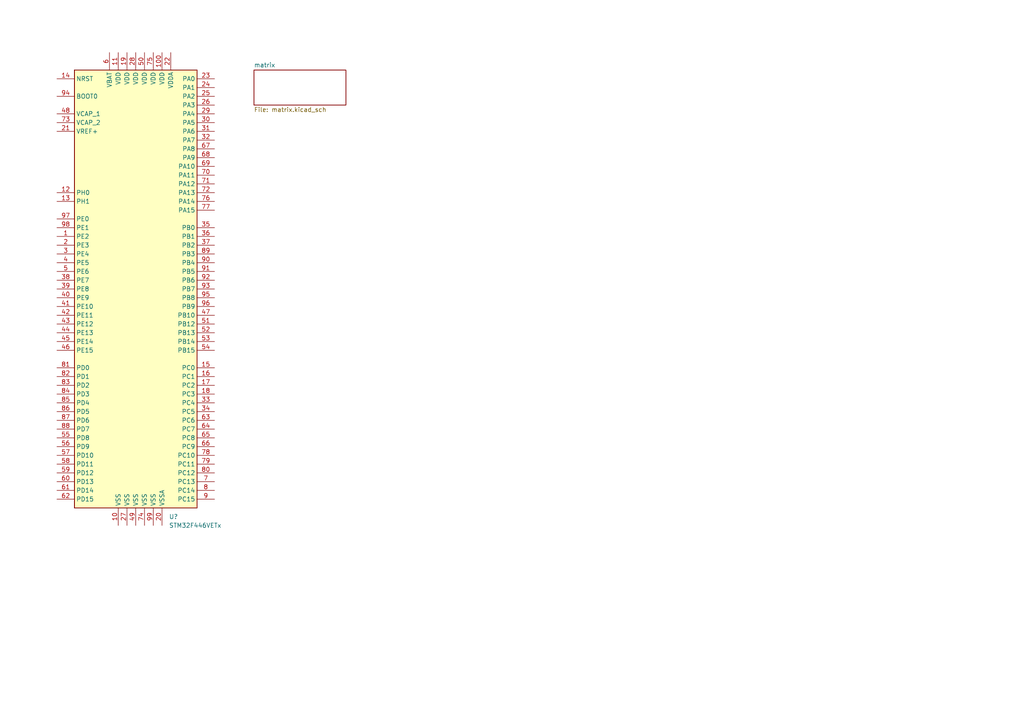
<source format=kicad_sch>
(kicad_sch (version 20211123) (generator eeschema)
  (paper "A4")
  (lib_symbols
    (symbol "MCU_ST_STM32F4:STM32F446VETx"
      (property "Reference" "U" (at -17.78 64.77 0))
      (property "Value" "STM32F446VETx" (at 12.7 64.77 0))
      (symbol "STM32F446VETx_0_1"
        (rectangle (start -17.78 -63.5) (end 17.78 63.5) (stroke (width 0.254)) (fill (type background)))
      )
      (symbol "STM32F446VETx_1_1"
        (pin bidirectional line (at -22.86 15.24 0) (length 5.08) (name "PE2") (number "1"))
        (pin power_in line (at -5.08 -68.58 90) (length 5.08) (name "VSS") (number "10"))
        (pin power_in line (at 7.62 68.58 270) (length 5.08) (name "VDD") (number "100"))
        (pin power_in line (at -5.08 68.58 270) (length 5.08) (name "VDD") (number "11"))
        (pin input line (at -22.86 27.94 0) (length 5.08) (name "PH0") (number "12"))
        (pin input line (at -22.86 25.4 0) (length 5.08) (name "PH1") (number "13"))
        (pin input line (at -22.86 60.96 0) (length 5.08) (name "NRST") (number "14"))
        (pin bidirectional line (at 22.86 -22.86 180) (length 5.08) (name "PC0") (number "15"))
        (pin bidirectional line (at 22.86 -25.4 180) (length 5.08) (name "PC1") (number "16"))
        (pin bidirectional line (at 22.86 -27.94 180) (length 5.08) (name "PC2") (number "17"))
        (pin bidirectional line (at 22.86 -30.48 180) (length 5.08) (name "PC3") (number "18"))
        (pin power_in line (at -2.54 68.58 270) (length 5.08) (name "VDD") (number "19"))
        (pin bidirectional line (at -22.86 12.7 0) (length 5.08) (name "PE3") (number "2"))
        (pin power_in line (at 7.62 -68.58 90) (length 5.08) (name "VSSA") (number "20"))
        (pin power_in line (at -22.86 45.72 0) (length 5.08) (name "VREF+") (number "21"))
        (pin power_in line (at 10.16 68.58 270) (length 5.08) (name "VDDA") (number "22"))
        (pin bidirectional line (at 22.86 60.96 180) (length 5.08) (name "PA0") (number "23"))
        (pin bidirectional line (at 22.86 58.42 180) (length 5.08) (name "PA1") (number "24"))
        (pin bidirectional line (at 22.86 55.88 180) (length 5.08) (name "PA2") (number "25"))
        (pin bidirectional line (at 22.86 53.34 180) (length 5.08) (name "PA3") (number "26"))
        (pin power_in line (at -2.54 -68.58 90) (length 5.08) (name "VSS") (number "27"))
        (pin power_in line (at 0 68.58 270) (length 5.08) (name "VDD") (number "28"))
        (pin bidirectional line (at 22.86 50.8 180) (length 5.08) (name "PA4") (number "29"))
        (pin bidirectional line (at -22.86 10.16 0) (length 5.08) (name "PE4") (number "3"))
        (pin bidirectional line (at 22.86 48.26 180) (length 5.08) (name "PA5") (number "30"))
        (pin bidirectional line (at 22.86 45.72 180) (length 5.08) (name "PA6") (number "31"))
        (pin bidirectional line (at 22.86 43.18 180) (length 5.08) (name "PA7") (number "32"))
        (pin bidirectional line (at 22.86 -33.02 180) (length 5.08) (name "PC4") (number "33"))
        (pin bidirectional line (at 22.86 -35.56 180) (length 5.08) (name "PC5") (number "34"))
        (pin bidirectional line (at 22.86 17.78 180) (length 5.08) (name "PB0") (number "35"))
        (pin bidirectional line (at 22.86 15.24 180) (length 5.08) (name "PB1") (number "36"))
        (pin bidirectional line (at 22.86 12.7 180) (length 5.08) (name "PB2") (number "37"))
        (pin bidirectional line (at -22.86 2.54 0) (length 5.08) (name "PE7") (number "38"))
        (pin bidirectional line (at -22.86 0 0) (length 5.08) (name "PE8") (number "39"))
        (pin bidirectional line (at -22.86 7.62 0) (length 5.08) (name "PE5") (number "4"))
        (pin bidirectional line (at -22.86 -2.54 0) (length 5.08) (name "PE9") (number "40"))
        (pin bidirectional line (at -22.86 -5.08 0) (length 5.08) (name "PE10") (number "41"))
        (pin bidirectional line (at -22.86 -7.62 0) (length 5.08) (name "PE11") (number "42"))
        (pin bidirectional line (at -22.86 -10.16 0) (length 5.08) (name "PE12") (number "43"))
        (pin bidirectional line (at -22.86 -12.7 0) (length 5.08) (name "PE13") (number "44"))
        (pin bidirectional line (at -22.86 -15.24 0) (length 5.08) (name "PE14") (number "45"))
        (pin bidirectional line (at -22.86 -17.78 0) (length 5.08) (name "PE15") (number "46"))
        (pin bidirectional line (at 22.86 -7.62 180) (length 5.08) (name "PB10") (number "47"))
        (pin power_in line (at -22.86 50.8 0) (length 5.08) (name "VCAP_1") (number "48"))
        (pin power_in line (at 0 -68.58 90) (length 5.08) (name "VSS") (number "49"))
        (pin bidirectional line (at -22.86 5.08 0) (length 5.08) (name "PE6") (number "5"))
        (pin power_in line (at 2.54 68.58 270) (length 5.08) (name "VDD") (number "50"))
        (pin bidirectional line (at 22.86 -10.16 180) (length 5.08) (name "PB12") (number "51"))
        (pin bidirectional line (at 22.86 -12.7 180) (length 5.08) (name "PB13") (number "52"))
        (pin bidirectional line (at 22.86 -15.24 180) (length 5.08) (name "PB14") (number "53"))
        (pin bidirectional line (at 22.86 -17.78 180) (length 5.08) (name "PB15") (number "54"))
        (pin bidirectional line (at -22.86 -43.18 0) (length 5.08) (name "PD8") (number "55"))
        (pin bidirectional line (at -22.86 -45.72 0) (length 5.08) (name "PD9") (number "56"))
        (pin bidirectional line (at -22.86 -48.26 0) (length 5.08) (name "PD10") (number "57"))
        (pin bidirectional line (at -22.86 -50.8 0) (length 5.08) (name "PD11") (number "58"))
        (pin bidirectional line (at -22.86 -53.34 0) (length 5.08) (name "PD12") (number "59"))
        (pin power_in line (at -7.62 68.58 270) (length 5.08) (name "VBAT") (number "6"))
        (pin bidirectional line (at -22.86 -55.88 0) (length 5.08) (name "PD13") (number "60"))
        (pin bidirectional line (at -22.86 -58.42 0) (length 5.08) (name "PD14") (number "61"))
        (pin bidirectional line (at -22.86 -60.96 0) (length 5.08) (name "PD15") (number "62"))
        (pin bidirectional line (at 22.86 -38.1 180) (length 5.08) (name "PC6") (number "63"))
        (pin bidirectional line (at 22.86 -40.64 180) (length 5.08) (name "PC7") (number "64"))
        (pin bidirectional line (at 22.86 -43.18 180) (length 5.08) (name "PC8") (number "65"))
        (pin bidirectional line (at 22.86 -45.72 180) (length 5.08) (name "PC9") (number "66"))
        (pin bidirectional line (at 22.86 40.64 180) (length 5.08) (name "PA8") (number "67"))
        (pin bidirectional line (at 22.86 38.1 180) (length 5.08) (name "PA9") (number "68"))
        (pin bidirectional line (at 22.86 35.56 180) (length 5.08) (name "PA10") (number "69"))
        (pin bidirectional line (at 22.86 -55.88 180) (length 5.08) (name "PC13") (number "7"))
        (pin bidirectional line (at 22.86 33.02 180) (length 5.08) (name "PA11") (number "70"))
        (pin bidirectional line (at 22.86 30.48 180) (length 5.08) (name "PA12") (number "71"))
        (pin bidirectional line (at 22.86 27.94 180) (length 5.08) (name "PA13") (number "72"))
        (pin power_in line (at -22.86 48.26 0) (length 5.08) (name "VCAP_2") (number "73"))
        (pin power_in line (at 2.54 -68.58 90) (length 5.08) (name "VSS") (number "74"))
        (pin power_in line (at 5.08 68.58 270) (length 5.08) (name "VDD") (number "75"))
        (pin bidirectional line (at 22.86 25.4 180) (length 5.08) (name "PA14") (number "76"))
        (pin bidirectional line (at 22.86 22.86 180) (length 5.08) (name "PA15") (number "77"))
        (pin bidirectional line (at 22.86 -48.26 180) (length 5.08) (name "PC10") (number "78"))
        (pin bidirectional line (at 22.86 -50.8 180) (length 5.08) (name "PC11") (number "79"))
        (pin bidirectional line (at 22.86 -58.42 180) (length 5.08) (name "PC14") (number "8"))
        (pin bidirectional line (at 22.86 -53.34 180) (length 5.08) (name "PC12") (number "80"))
        (pin bidirectional line (at -22.86 -22.86 0) (length 5.08) (name "PD0") (number "81"))
        (pin bidirectional line (at -22.86 -25.4 0) (length 5.08) (name "PD1") (number "82"))
        (pin bidirectional line (at -22.86 -27.94 0) (length 5.08) (name "PD2") (number "83"))
        (pin bidirectional line (at -22.86 -30.48 0) (length 5.08) (name "PD3") (number "84"))
        (pin bidirectional line (at -22.86 -33.02 0) (length 5.08) (name "PD4") (number "85"))
        (pin bidirectional line (at -22.86 -35.56 0) (length 5.08) (name "PD5") (number "86"))
        (pin bidirectional line (at -22.86 -38.1 0) (length 5.08) (name "PD6") (number "87"))
        (pin bidirectional line (at -22.86 -40.64 0) (length 5.08) (name "PD7") (number "88"))
        (pin bidirectional line (at 22.86 10.16 180) (length 5.08) (name "PB3") (number "89"))
        (pin bidirectional line (at 22.86 -60.96 180) (length 5.08) (name "PC15") (number "9"))
        (pin bidirectional line (at 22.86 7.62 180) (length 5.08) (name "PB4") (number "90"))
        (pin bidirectional line (at 22.86 5.08 180) (length 5.08) (name "PB5") (number "91"))
        (pin bidirectional line (at 22.86 2.54 180) (length 5.08) (name "PB6") (number "92"))
        (pin bidirectional line (at 22.86 0 180) (length 5.08) (name "PB7") (number "93"))
        (pin input line (at -22.86 55.88 0) (length 5.08) (name "BOOT0") (number "94"))
        (pin bidirectional line (at 22.86 -2.54 180) (length 5.08) (name "PB8") (number "95"))
        (pin bidirectional line (at 22.86 -5.08 180) (length 5.08) (name "PB9") (number "96"))
        (pin bidirectional line (at -22.86 20.32 0) (length 5.08) (name "PE0") (number "97"))
        (pin bidirectional line (at -22.86 17.78 0) (length 5.08) (name "PE1") (number "98"))
        (pin power_in line (at 5.08 -68.58 90) (length 5.08) (name "VSS") (number "99"))
      )
    )
  )
  (symbol (lib_id "MCU_ST_STM32F4:STM32F446VETx") (at 39.37 83.82 0) (unit 1)
    (property "Reference" "U?" (at 49.0094 149.86 0) (effects (justify left)))
    (property "Value" "STM32F446VETx" (at 49.0094 152.4 0) (effects (justify left)))
    (property "Footprint" "Package_QFP:LQFP-100_14x14mm_P0.5mm" (effects hide))
    (property "Datasheet" "http://www.st.com/st-web-ui/static/active/en/resource/technical/document/datasheet/DM00141306.pdf" (effects hide))
  )
  (sheet (at 73.66 20.32) (size 26.67 10.16) (stroke (width 0.1524))
    (property "Sheet name" "matrix" (at 73.66 19.6084 0) (effects (justify left bottom)))
    (property "Sheet file" "matrix.kicad_sch" (at 73.66 31.0646 0) (effects (justify left top)))
  )
)
</source>
